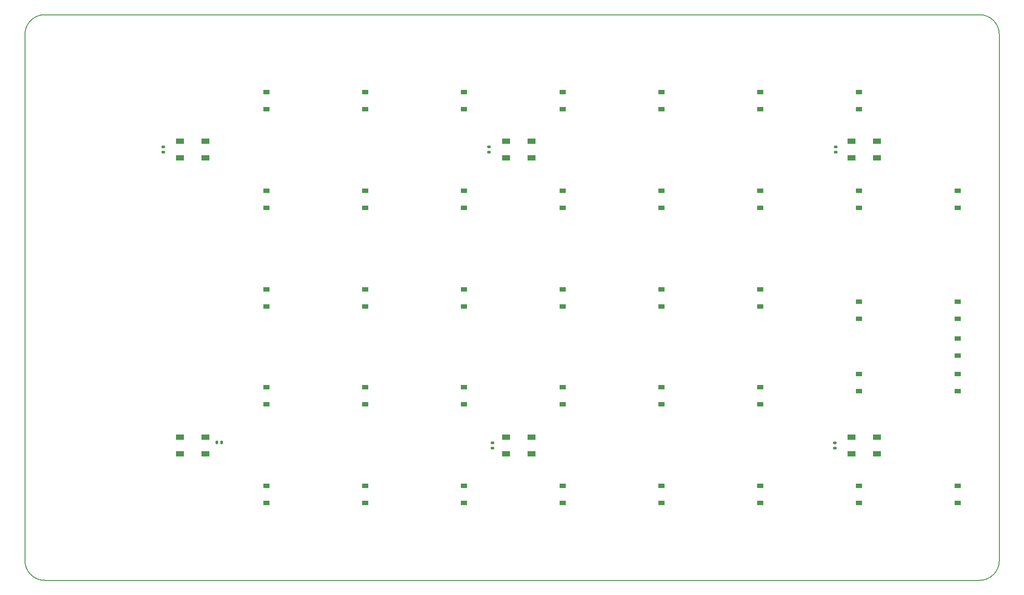
<source format=gbr>
G04 #@! TF.GenerationSoftware,KiCad,Pcbnew,(6.0.1)*
G04 #@! TF.CreationDate,2022-02-23T16:18:42+00:00*
G04 #@! TF.ProjectId,Keyboard Right Hand Side,4b657962-6f61-4726-9420-526967687420,rev?*
G04 #@! TF.SameCoordinates,Original*
G04 #@! TF.FileFunction,Paste,Bot*
G04 #@! TF.FilePolarity,Positive*
%FSLAX46Y46*%
G04 Gerber Fmt 4.6, Leading zero omitted, Abs format (unit mm)*
G04 Created by KiCad (PCBNEW (6.0.1)) date 2022-02-23 16:18:42*
%MOMM*%
%LPD*%
G01*
G04 APERTURE LIST*
G04 Aperture macros list*
%AMRoundRect*
0 Rectangle with rounded corners*
0 $1 Rounding radius*
0 $2 $3 $4 $5 $6 $7 $8 $9 X,Y pos of 4 corners*
0 Add a 4 corners polygon primitive as box body*
4,1,4,$2,$3,$4,$5,$6,$7,$8,$9,$2,$3,0*
0 Add four circle primitives for the rounded corners*
1,1,$1+$1,$2,$3*
1,1,$1+$1,$4,$5*
1,1,$1+$1,$6,$7*
1,1,$1+$1,$8,$9*
0 Add four rect primitives between the rounded corners*
20,1,$1+$1,$2,$3,$4,$5,0*
20,1,$1+$1,$4,$5,$6,$7,0*
20,1,$1+$1,$6,$7,$8,$9,0*
20,1,$1+$1,$8,$9,$2,$3,0*%
G04 Aperture macros list end*
G04 #@! TA.AperFunction,Profile*
%ADD10C,0.200000*%
G04 #@! TD*
%ADD11R,1.200000X0.900000*%
%ADD12RoundRect,0.140000X-0.140000X-0.170000X0.140000X-0.170000X0.140000X0.170000X-0.140000X0.170000X0*%
%ADD13R,1.500000X1.000000*%
%ADD14RoundRect,0.140000X0.170000X-0.140000X0.170000X0.140000X-0.170000X0.140000X-0.170000X-0.140000X0*%
G04 APERTURE END LIST*
D10*
X264793323Y-41276677D02*
G75*
G03*
X260983323Y-37466677I-3809999J1D01*
G01*
X260983323Y-146683323D02*
G75*
G03*
X264793323Y-142873323I1J3809999D01*
G01*
X80646677Y-37466677D02*
X260983323Y-37466677D01*
X76836677Y-142873323D02*
X76836677Y-41276677D01*
X260983323Y-146683323D02*
X80646677Y-146683323D01*
X80646677Y-37466677D02*
G75*
G03*
X76836677Y-41276677I-1J-3809999D01*
G01*
X76836677Y-142873323D02*
G75*
G03*
X80646677Y-146683323I3809999J-1D01*
G01*
X264793323Y-41276677D02*
X264793323Y-142873323D01*
D11*
X237732300Y-74724800D03*
X237732300Y-71424800D03*
X199632300Y-55674800D03*
X199632300Y-52374800D03*
X199632300Y-112648000D03*
X199632300Y-109348000D03*
D12*
X113820000Y-120015000D03*
X114780000Y-120015000D03*
D13*
X174535000Y-61900000D03*
X174535000Y-65100000D03*
X169635000Y-65100000D03*
X169635000Y-61900000D03*
D11*
X180582300Y-55674800D03*
X180582300Y-52374800D03*
X256782300Y-96138000D03*
X256782300Y-92838000D03*
X161532300Y-112648000D03*
X161532300Y-109348000D03*
D13*
X241210000Y-119050000D03*
X241210000Y-122250000D03*
X236310000Y-122250000D03*
X236310000Y-119050000D03*
D11*
X161532300Y-55674800D03*
X161532300Y-52374800D03*
D14*
X166370000Y-63980000D03*
X166370000Y-63020000D03*
D11*
X237732300Y-55674800D03*
X237732300Y-52374800D03*
D14*
X233200000Y-63980000D03*
X233200000Y-63020000D03*
D13*
X174535000Y-119050000D03*
X174535000Y-122250000D03*
X169635000Y-122250000D03*
X169635000Y-119050000D03*
D11*
X180582300Y-131698000D03*
X180582300Y-128398000D03*
X123432300Y-55674800D03*
X123432300Y-52374800D03*
X256782300Y-103250000D03*
X256782300Y-99950000D03*
X161532300Y-131698000D03*
X161532300Y-128398000D03*
X256782300Y-110108000D03*
X256782300Y-106808000D03*
X199632300Y-74724800D03*
X199632300Y-71424800D03*
X161532300Y-74724800D03*
X161532300Y-71424800D03*
X218682300Y-112648000D03*
X218682300Y-109348000D03*
X180582300Y-112648000D03*
X180582300Y-109348000D03*
X142482300Y-131698000D03*
X142482300Y-128398000D03*
X142482300Y-93774800D03*
X142482300Y-90474800D03*
X256782300Y-131698000D03*
X256782300Y-128398000D03*
X199632300Y-131698000D03*
X199632300Y-128398000D03*
X123432300Y-112648000D03*
X123432300Y-109348000D03*
X199632300Y-93774800D03*
X199632300Y-90474800D03*
X180582300Y-74724800D03*
X180582300Y-71424800D03*
X237732300Y-131698000D03*
X237732300Y-128398000D03*
X237732300Y-110108000D03*
X237732300Y-106808000D03*
X123432300Y-74724800D03*
X123432300Y-71424800D03*
X218682300Y-131698000D03*
X218682300Y-128398000D03*
D14*
X103505000Y-63980000D03*
X103505000Y-63020000D03*
D11*
X142482300Y-112648000D03*
X142482300Y-109348000D03*
X142482300Y-55674800D03*
X142482300Y-52374800D03*
X218682300Y-93774800D03*
X218682300Y-90474800D03*
X123432300Y-93774800D03*
X123432300Y-90474800D03*
X218682300Y-74724800D03*
X218682300Y-71424800D03*
D13*
X111670000Y-61900000D03*
X111670000Y-65100000D03*
X106770000Y-65100000D03*
X106770000Y-61900000D03*
X241210000Y-61900000D03*
X241210000Y-65100000D03*
X236310000Y-65100000D03*
X236310000Y-61900000D03*
D11*
X180582300Y-93774800D03*
X180582300Y-90474800D03*
X161532300Y-93774800D03*
X161532300Y-90474800D03*
X256782300Y-74724800D03*
X256782300Y-71424800D03*
X237732300Y-96138000D03*
X237732300Y-92838000D03*
D13*
X111670000Y-119050000D03*
X111670000Y-122250000D03*
X106770000Y-122250000D03*
X106770000Y-119050000D03*
D11*
X123432300Y-131698000D03*
X123432300Y-128398000D03*
D14*
X167005000Y-121130000D03*
X167005000Y-120170000D03*
D11*
X142482300Y-74724800D03*
X142482300Y-71424800D03*
X218682300Y-55674800D03*
X218682300Y-52374800D03*
D14*
X233045000Y-121130000D03*
X233045000Y-120170000D03*
M02*

</source>
